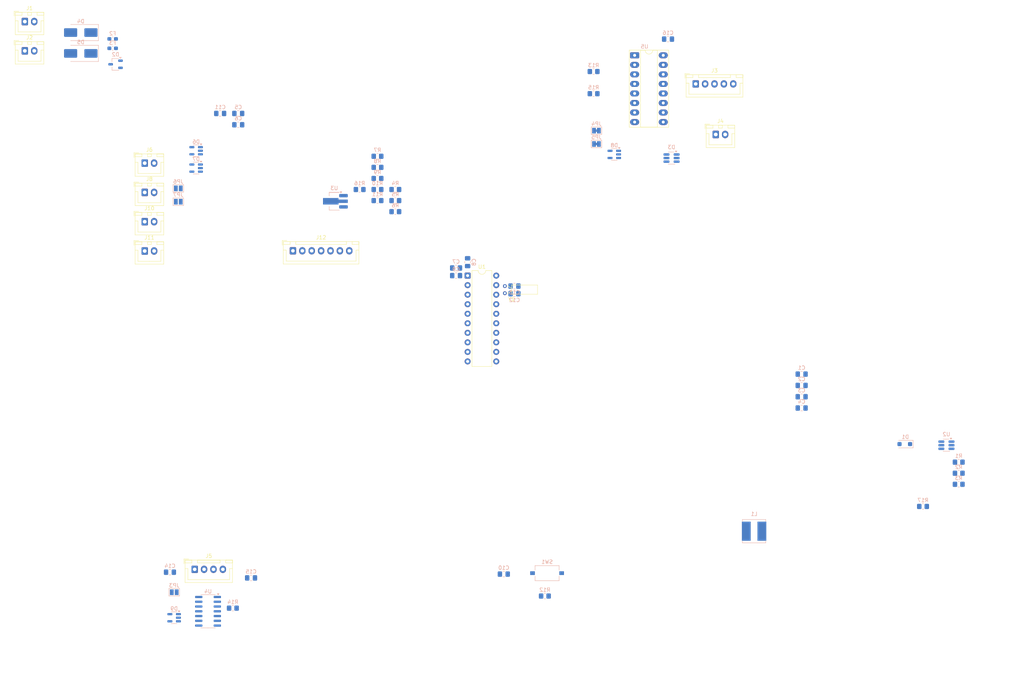
<source format=kicad_pcb>
(kicad_pcb (version 20241229) (generator "pcbnew") (generator_version "9.0")
  (layers (0 "F.Cu" signal) (2 "B.Cu" signal) (13 "F.Paste" user) (15 "B.Paste" user) (5 "F.SilkS" user "F.Silkscreen") (7 "B.SilkS" user "B.Silkscreen") (1 "F.Mask" user) (3 "B.Mask" user) (25 "Edge.Cuts" user))
  (property "Designer" "H.Buter")
  (property "ProjectName" "Flipklok")
  (net 0 "")
  (net 1 "GND")
  (net 2 "+12SW")
  (net 3 "+5V")
  (net 4 "Net-(D1-K)")
  (net 5 "Net-(U2-BST)")
  (net 6 "Net-(U2-FB)")
  (net 7 "+12V")
  (net 8 "+3.3V")
  (net 9 "RST{slash}SBWTDIO")
  (net 10 "XOUT")
  (net 11 "XIN")
  (net 12 "Net-(JP3-B)")
  (net 15 "LDR")
  (net 16 "RW-btn")
  (net 17 "Net-(J8-Pin_1)")
  (net 18 "FW-btn")
  (net 19 "Net-(J11-Pin_1)")
  (net 20 "TEST{slash}SBWTCK")
  (net 21 "Net-(J10-Pin_1)")
  (net 22 "STEP-1")
  (net 23 "STEP-4")
  (net 24 "STEP-3")
  (net 25 "STEP-2")
  (net 28 "Net-(R2-Pad2)")
  (net 29 "BatteryFB")
  (net 30 "IgnitionFB")
  (net 31 "EN-pullup")
  (net 32 "Indicator")
  (net 33 "Net-(U5-O5)")
  (net 34 "Net-(J4-Pin_2)")
  (net 35 "RXD")
  (net 36 "TXD")
  (net 37 "5V-EN")
  (net 38 "Net-(J2-Pin_1)")
  (net 39 "Net-(J1-Pin_2)")
  (net 40 "Net-(J3-Pin_3)")
  (net 41 "Net-(J3-Pin_2)")
  (net 42 "Net-(J3-Pin_4)")
  (net 43 "Net-(J3-Pin_5)")
  (net 45 "Net-(JP4-B)")
  (net 46 "Net-(JP5-B)")
  (net 47 "Net-(U4-Pad3)")
  (net 48 "DCF77")
  (net 50 "Backlight")
  (footprint "Connector_JST:JST_XH_B2B-XH-A_1x02_P2.50mm_Vertical" (layer "F.Cu") (at 50.71 71.24)
    (property "Reference" "J10" (at 1.25 -3.55 0) (layer "F.SilkS"))
    (property "Value" "FW-btn")
    (pad "1" thru_hole roundrect (at 0 0) (size 1.7 2) (drill 1) (layers "*.Cu" "*.Mask") (roundrect_rratio 0.147059) (net 21 "Net-(J10-Pin_1)"))
    (pad "2" thru_hole oval (at 2.5 0) (size 1.7 2) (drill 1) (layers "*.Cu" "*.Mask") (net 1 "GND"))
  )
  (footprint "Connector_JST:JST_XH_B2B-XH-A_1x02_P2.50mm_Vertical" (layer "F.Cu") (at 18.804 25.736)
    (property "Reference" "J2" (at 1.25 -3.55 0) (layer "F.SilkS"))
    (property "Value" "SW")
    (pad "1" thru_hole roundrect (at 0 0) (size 1.7 2) (drill 1) (layers "*.Cu" "*.Mask") (roundrect_rratio 0.147059) (net 38 "Net-(J2-Pin_1)"))
    (pad "2" thru_hole oval (at 2.5 0) (size 1.7 2) (drill 1) (layers "*.Cu" "*.Mask") (net 38 "Net-(J2-Pin_1)"))
  )
  (footprint "Package_DIP:DIP-20_W7.62mm" (layer "F.Cu") (at 136.652 85.598)
    (property "Reference" "U1" (at 3.81 -2.33 0) (layer "F.SilkS"))
    (property "Value" "MSP430G2553IN20")
    (pad "1" thru_hole roundrect (at 0 0) (size 1.6 1.6) (drill 0.8) (layers "*.Cu" "*.Mask") (roundrect_rratio 0.15625) (net 8 "+3.3V"))
    (pad "2" thru_hole circle (at 0 2.54) (size 1.6 1.6) (drill 0.8) (layers "*.Cu" "*.Mask") (net 31 "EN-pullup"))
    (pad "3" thru_hole circle (at 0 5.08) (size 1.6 1.6) (drill 0.8) (layers "*.Cu" "*.Mask") (net 29 "BatteryFB"))
    (pad "4" thru_hole circle (at 0 7.62) (size 1.6 1.6) (drill 0.8) (layers "*.Cu" "*.Mask") (net 30 "IgnitionFB"))
    (pad "5" thru_hole circle (at 0 10.16) (size 1.6 1.6) (drill 0.8) (layers "*.Cu" "*.Mask") (net 16 "RW-btn"))
    (pad "6" thru_hole circle (at 0 12.7) (size 1.6 1.6) (drill 0.8) (layers "*.Cu" "*.Mask") (net 18 "FW-btn"))
    (pad "7" thru_hole circle (at 0 15.24) (size 1.6 1.6) (drill 0.8) (layers "*.Cu" "*.Mask") (net 15 "LDR"))
    (pad "8" thru_hole circle (at 0 17.78) (size 1.6 1.6) (drill 0.8) (layers "*.Cu" "*.Mask") (net 22 "STEP-1"))
    (pad "9" thru_hole circle (at 0 20.32) (size 1.6 1.6) (drill 0.8) (layers "*.Cu" "*.Mask") (net 25 "STEP-2"))
    (pad "10" thru_hole circle (at 0 22.86) (size 1.6 1.6) (drill 0.8) (layers "*.Cu" "*.Mask") (net 24 "STEP-3"))
    (pad "11" thru_hole circle (at 7.62 22.86) (size 1.6 1.6) (drill 0.8) (layers "*.Cu" "*.Mask") (net 23 "STEP-4"))
    (pad "12" thru_hole circle (at 7.62 20.32) (size 1.6 1.6) (drill 0.8) (layers "*.Cu" "*.Mask") (net 32 "Indicator"))
    (pad "13" thru_hole circle (at 7.62 17.78) (size 1.6 1.6) (drill 0.8) (layers "*.Cu" "*.Mask") (net 37 "5V-EN"))
    (pad "14" thru_hole circle (at 7.62 15.24) (size 1.6 1.6) (drill 0.8) (layers "*.Cu" "*.Mask") (net 50 "Backlight"))
    (pad "15" thru_hole circle (at 7.62 12.7) (size 1.6 1.6) (drill 0.8) (layers "*.Cu" "*.Mask") (net 48 "DCF77"))
    (pad "16" thru_hole circle (at 7.62 10.16) (size 1.6 1.6) (drill 0.8) (layers "*.Cu" "*.Mask") (net 9 "RST{slash}SBWTDIO"))
    (pad "17" thru_hole circle (at 7.62 7.62) (size 1.6 1.6) (drill 0.8) (layers "*.Cu" "*.Mask") (net 20 "TEST{slash}SBWTCK"))
    (pad "18" thru_hole circle (at 7.62 5.08) (size 1.6 1.6) (drill 0.8) (layers "*.Cu" "*.Mask") (net 10 "XOUT"))
    (pad "19" thru_hole circle (at 7.62 2.54) (size 1.6 1.6) (drill 0.8) (layers "*.Cu" "*.Mask") (net 11 "XIN"))
    (pad "20" thru_hole circle (at 7.62 0) (size 1.6 1.6) (drill 0.8) (layers "*.Cu" "*.Mask") (net 1 "GND"))
  )
  (footprint "Connector_JST:JST_XH_B2B-XH-A_1x02_P2.50mm_Vertical" (layer "F.Cu") (at 18.804 17.936)
    (property "Reference" "J1" (at 1.25 -3.55 0) (layer "F.SilkS"))
    (property "Value" "Power")
    (pad "1" thru_hole roundrect (at 0 0) (size 1.7 2) (drill 1) (layers "*.Cu" "*.Mask") (roundrect_rratio 0.147059) (net 1 "GND"))
    (pad "2" thru_hole oval (at 2.5 0) (size 1.7 2) (drill 1) (layers "*.Cu" "*.Mask") (net 39 "Net-(J1-Pin_2)"))
  )
  (footprint "Connector_JST:JST_XH_B2B-XH-A_1x02_P2.50mm_Vertical" (layer "F.Cu") (at 202.692 48.006)
    (property "Reference" "J4" (at 1.25 -3.55 0) (layer "F.SilkS"))
    (property "Value" "Backlight")
    (pad "1" thru_hole roundrect (at 0 0) (size 1.7 2) (drill 1) (layers "*.Cu" "*.Mask") (roundrect_rratio 0.147059) (net 3 "+5V"))
    (pad "2" thru_hole oval (at 2.5 0) (size 1.7 2) (drill 1) (layers "*.Cu" "*.Mask") (net 34 "Net-(J4-Pin_2)"))
  )
  (footprint "Crystal:Crystal_C26-LF_D2.1mm_L6.5mm_Horizontal" (layer "F.Cu") (at 146.558 90.292 90)
    (property "Reference" "Y1" (at -1.6 1.75 0) (layer "F.SilkS"))
    (property "Value" "ECS-.327-6-13X")
    (pad "1" thru_hole circle (at 0 0 90) (size 1 1) (drill 0.5) (layers "*.Cu" "*.Mask") (net 10 "XOUT"))
    (pad "2" thru_hole circle (at 1.9 0 90) (size 1 1) (drill 0.5) (layers "*.Cu" "*.Mask") (net 11 "XIN"))
  )
  (footprint "Package_DIP:DIP-16_W7.62mm_Socket_LongPads" (layer "F.Cu") (at 181.102 26.924)
    (property "Reference" "U5" (at 2.643332 -2.33 -0) (layer "B.SilkS") (effects (justify mirror)))
    (property "Value" "ULQ2003A")
    (pad "1" thru_hole roundrect (at 0 0) (size 2.4 1.6) (drill 0.8) (layers "*.Cu" "*.Mask") (roundrect_rratio 0.15625) (net 22 "STEP-1"))
    (pad "2" thru_hole oval (at 0 2.54) (size 2.4 1.6) (drill 0.8) (layers "*.Cu" "*.Mask") (net 25 "STEP-2"))
    (pad "3" thru_hole oval (at 0 5.08) (size 2.4 1.6) (drill 0.8) (layers "*.Cu" "*.Mask") (net 24 "STEP-3"))
    (pad "4" thru_hole oval (at 0 7.62) (size 2.4 1.6) (drill 0.8) (layers "*.Cu" "*.Mask") (net 23 "STEP-4"))
    (pad "5" thru_hole oval (at 0 10.16) (size 2.4 1.6) (drill 0.8) (layers "*.Cu" "*.Mask") (net 50 "Backlight"))
    (pad "6" thru_hole oval (at 0 12.7) (size 2.4 1.6) (drill 0.8) (layers "*.Cu" "*.Mask") (net 45 "Net-(JP4-B)"))
    (pad "7" thru_hole oval (at 0 15.24) (size 2.4 1.6) (drill 0.8) (layers "*.Cu" "*.Mask") (net 46 "Net-(JP5-B)"))
    (pad "8" thru_hole oval (at 0 17.78) (size 2.4 1.6) (drill 0.8) (layers "*.Cu" "*.Mask") (net 1 "GND"))
    (pad "9" thru_hole oval (at 7.62 17.78) (size 2.4 1.6) (drill 0.8) (layers "*.Cu" "*.Mask") (net 3 "+5V"))
    (pad "10" thru_hole oval (at 7.62 15.24) (size 2.4 1.6) (drill 0.8) (layers "*.Cu" "*.Mask"))
    (pad "11" thru_hole oval (at 7.62 12.7) (size 2.4 1.6) (drill 0.8) (layers "*.Cu" "*.Mask"))
    (pad "12" thru_hole oval (at 7.62 10.16) (size 2.4 1.6) (drill 0.8) (layers "*.Cu" "*.Mask") (net 33 "Net-(U5-O5)"))
    (pad "13" thru_hole oval (at 7.62 7.62) (size 2.4 1.6) (drill 0.8) (layers "*.Cu" "*.Mask") (net 43 "Net-(J3-Pin_5)"))
    (pad "14" thru_hole oval (at 7.62 5.08) (size 2.4 1.6) (drill 0.8) (layers "*.Cu" "*.Mask") (net 42 "Net-(J3-Pin_4)"))
    (pad "15" thru_hole oval (at 7.62 2.54) (size 2.4 1.6) (drill 0.8) (layers "*.Cu" "*.Mask") (net 40 "Net-(J3-Pin_3)"))
    (pad "16" thru_hole oval (at 7.62 0) (size 2.4 1.6) (drill 0.8) (layers "*.Cu" "*.Mask") (net 41 "Net-(J3-Pin_2)"))
  )
  (footprint "Connector_JST:JST_XH_B5B-XH-A_1x05_P2.50mm_Vertical" (layer "F.Cu") (at 197.358 34.544)
    (property "Reference" "J3" (at 5 -3.55 0) (layer "F.SilkS"))
    (property "Value" "28BYJ-48")
    (pad "1" thru_hole roundrect (at 0 0) (size 1.7 1.95) (drill 0.95) (layers "*.Cu" "*.Mask") (roundrect_rratio 0.147059) (net 3 "+5V"))
    (pad "2" thru_hole oval (at 2.5 0) (size 1.7 1.95) (drill 0.95) (layers "*.Cu" "*.Mask") (net 41 "Net-(J3-Pin_2)"))
    (pad "3" thru_hole oval (at 5 0) (size 1.7 1.95) (drill 0.95) (layers "*.Cu" "*.Mask") (net 40 "Net-(J3-Pin_3)"))
    (pad "4" thru_hole oval (at 7.5 0) (size 1.7 1.95) (drill 0.95) (layers "*.Cu" "*.Mask") (net 42 "Net-(J3-Pin_4)"))
    (pad "5" thru_hole oval (at 10 0) (size 1.7 1.95) (drill 0.95) (layers "*.Cu" "*.Mask") (net 43 "Net-(J3-Pin_5)"))
  )
  (footprint "Connector_JST:JST_XH_B7B-XH-A_1x07_P2.50mm_Vertical" (layer "F.Cu") (at 90.156 78.994)
    (property "Reference" "J12" (at 7.5 -3.55 0) (layer "F.SilkS"))
    (property "Value" "Programheader")
    (pad "1" thru_hole roundrect (at 0 0) (size 1.7 1.95) (drill 0.95) (layers "*.Cu" "*.Mask") (roundrect_rratio 0.147059) (net 1 "GND"))
    (pad "2" thru_hole oval (at 2.5 0) (size 1.7 1.95) (drill 0.95) (layers "*.Cu" "*.Mask"))
    (pad "3" thru_hole oval (at 5 0) (size 1.7 1.95) (drill 0.95) (layers "*.Cu" "*.Mask") (net 8 "+3.3V"))
    (pad "4" thru_hole oval (at 7.5 0) (size 1.7 1.95) (drill 0.95) (layers "*.Cu" "*.Mask") (net 35 "RXD"))
    (pad "5" thru_hole oval (at 10 0) (size 1.7 1.95) (drill 0.95) (layers "*.Cu" "*.Mask") (net 36 "TXD"))
    (pad "6" thru_hole oval (at 12.5 0) (size 1.7 1.95) (drill 0.95) (layers "*.Cu" "*.Mask") (net 9 "RST{slash}SBWTDIO"))
    (pad "7" thru_hole oval (at 15 0) (size 1.7 1.95) (drill 0.95) (layers "*.Cu" "*.Mask") (net 20 "TEST{slash}SBWTCK"))
  )
  (footprint "Connector_JST:JST_XH_B4B-XH-A_1x04_P2.50mm_Vertical" (layer "F.Cu") (at 64.008 163.83)
    (property "Reference" "J5" (at 3.75 -3.55 0) (layer "F.SilkS"))
    (property "Value" "DCF77")
    (pad "1" thru_hole roundrect (at 0 0) (size 1.7 1.95) (drill 0.95) (layers "*.Cu" "*.Mask") (roundrect_rratio 0.147059) (net 8 "+3.3V"))
    (pad "2" thru_hole oval (at 2.5 0) (size 1.7 1.95) (drill 0.95) (layers "*.Cu" "*.Mask") (net 1 "GND"))
    (pad "3" thru_hole oval (at 5 0) (size 1.7 1.95) (drill 0.95) (layers "*.Cu" "*.Mask") (net 8 "+3.3V"))
    (pad "4" thru_hole oval (at 7.5 0) (size 1.7 1.95) (drill 0.95) (layers "*.Cu" "*.Mask") (net 1 "GND"))
  )
  (footprint "Connector_JST:JST_XH_B2B-XH-A_1x02_P2.50mm_Vertical" (layer "F.Cu") (at 50.71 63.44)
    (property "Reference" "J8" (at 1.25 -3.55 0) (layer "F.SilkS"))
    (property "Value" "Indicator")
    (pad "1" thru_hole roundrect (at 0 0) (size 1.7 2) (drill 1) (layers "*.Cu" "*.Mask") (roundrect_rratio 0.147059) (net 17 "Net-(J8-Pin_1)"))
    (pad "2" thru_hole oval (at 2.5 0) (size 1.7 2) (drill 1) (layers "*.Cu" "*.Mask") (net 1 "GND"))
  )
  (footprint "Connector_JST:JST_XH_B2B-XH-A_1x02_P2.50mm_Vertical" (layer "F.Cu") (at 50.71 79.04)
    (property "Reference" "J11" (at 1.25 -3.55 0) (layer "F.SilkS"))
    (property "Value" "RW-btn")
    (pad "1" thru_hole roundrect (at 0 0) (size 1.7 2) (drill 1) (layers "*.Cu" "*.Mask") (roundrect_rratio 0.147059) (net 19 "Net-(J11-Pin_1)"))
    (pad "2" thru_hole oval (at 2.5 0) (size 1.7 2) (drill 1) (layers "*.Cu" "*.Mask") (net 1 "GND"))
  )
  (footprint "Connector_JST:JST_XH_B2B-XH-A_1x02_P2.50mm_Vertical" (layer "F.Cu") (at 50.71 55.64)
    (property "Reference" "J6" (at 1.25 -3.55 0) (layer "F.SilkS"))
    (property "Value" "LDR")
    (pad "1" thru_hole roundrect (at 0 0) (size 1.7 2) (drill 1) (layers "*.Cu" "*.Mask") (roundrect_rratio 0.147059) (net 15 "LDR"))
    (pad "2" thru_hole oval (at 2.5 0) (size 1.7 2) (drill 1) (layers "*.Cu" "*.Mask") (net 1 "GND"))
  )
  (footprint "Diode_SMD:D_SMB_Handsoldering" (layer "B.Cu") (at 33.688 20.866 180)
    (property "Reference" "D4" (at 0 3 0) (layer "B.SilkS") (effects (justify mirror)))
    (property "Value" "S2A 50V 1.5A")
    (pad "1" smd roundrect (at -2.7 0 180) (size 3.5 2.3) (layers "B.Cu" "B.Mask" "B.Paste") (roundrect_rratio 0.1086956522) (net 7 "+12V"))
    (pad "2" smd roundrect (at 2.7 0 180) (size 3.5 2.3) (layers "B.Cu" "B.Mask" "B.Paste") (roundrect_rratio 0.1086956522) (net 1 "GND"))
  )
  (footprint "Resistor_SMD:R_0805_2012Metric_Pad1.20x1.40mm_HandSolder" (layer "B.Cu") (at 112.660238 62.664 180)
    (property "Reference" "R10" (at 0 1.65 0) (layer "B.SilkS") (effects (justify mirror)))
    (property "Value" "10k")
    (pad "1" smd roundrect (at -1 0 180) (size 1.2 1.4) (layers "B.Cu" "B.Mask" "B.Paste") (roundrect_rratio 0.208333) (net 31 "EN-pullup"))
    (pad "2" smd roundrect (at 1 0 180) (size 1.2 1.4) (layers "B.Cu" "B.Mask" "B.Paste") (roundrect_rratio 0.208333) (net 15 "LDR"))
  )
  (footprint "Resistor_SMD:R_0805_2012Metric_Pad1.20x1.40mm_HandSolder" (layer "B.Cu") (at 107.910238 62.664 180)
    (property "Reference" "R16" (at 0 1.65 0) (layer "B.SilkS") (effects (justify mirror)))
    (property "Value" "10k")
    (pad "1" smd roundrect (at -1 0 180) (size 1.2 1.4) (layers "B.Cu" "B.Mask" "B.Paste") (roundrect_rratio 0.208333) (net 37 "5V-EN"))
    (pad "2" smd roundrect (at 1 0 180) (size 1.2 1.4) (layers "B.Cu" "B.Mask" "B.Paste") (roundrect_rratio 0.208333) (net 1 "GND"))
  )
  (footprint "Resistor_SMD:R_0805_2012Metric_Pad1.20x1.40mm_HandSolder" (layer "B.Cu") (at 170.18 37.142 180)
    (property "Reference" "R15" (at 0 1.65 0) (layer "B.SilkS") (effects (justify mirror)))
    (property "Value" "R")
    (pad "1" smd roundrect (at -1 0 180) (size 1.2 1.4) (layers "B.Cu" "B.Mask" "B.Paste") (roundrect_rratio 0.208333) (net 33 "Net-(U5-O5)"))
    (pad "2" smd roundrect (at 1 0 180) (size 1.2 1.4) (layers "B.Cu" "B.Mask" "B.Paste") (roundrect_rratio 0.208333) (net 34 "Net-(J4-Pin_2)"))
  )
  (footprint "Capacitor_SMD:C_0805_2012Metric_Pad1.18x1.45mm_HandSolder" (layer "B.Cu") (at 149.1195 88.392)
    (property "Reference" "C13" (at 0 1.68 0) (layer "B.SilkS") (effects (justify mirror)))
    (property "Value" "C_x")
    (pad "1" smd roundrect (at -1.0375 0) (size 1.175 1.45) (layers "B.Cu" "B.Mask" "B.Paste") (roundrect_rratio 0.212766) (net 11 "XIN"))
    (pad "2" smd roundrect (at 1.0375 0) (size 1.175 1.45) (layers "B.Cu" "B.Mask" "B.Paste") (roundrect_rratio 0.212766) (net 1 "GND"))
  )
  (footprint "Diode_SMD:D_SMB_Handsoldering" (layer "B.Cu") (at 33.688 26.416 180)
    (property "Reference" "D5" (at 0 3 0) (layer "B.SilkS") (effects (justify mirror)))
    (property "Value" "S2A 50V 1.5A")
    (pad "1" smd roundrect (at -2.7 0 180) (size 3.5 2.3) (layers "B.Cu" "B.Mask" "B.Paste") (roundrect_rratio 0.1086956522) (net 2 "+12SW"))
    (pad "2" smd roundrect (at 2.7 0 180) (size 3.5 2.3) (layers "B.Cu" "B.Mask" "B.Paste") (roundrect_rratio 0.1086956522) (net 1 "GND"))
  )
  (footprint "Capacitor_SMD:C_0805_2012Metric_Pad1.18x1.45mm_HandSolder" (layer "B.Cu") (at 57.4255 164.592 180)
    (property "Reference" "C14" (at 0 1.68 0) (layer "B.SilkS") (effects (justify mirror)))
    (property "Value" "C")
    (pad "1" smd roundrect (at -1.0375 0 180) (size 1.175 1.45) (layers "B.Cu" "B.Mask" "B.Paste") (roundrect_rratio 0.212766) (net 12 "Net-(JP3-B)"))
    (pad "2" smd roundrect (at 1.0375 0 180) (size 1.175 1.45) (layers "B.Cu" "B.Mask" "B.Paste") (roundrect_rratio 0.212766) (net 1 "GND"))
  )
  (footprint "Capacitor_SMD:C_0805_2012Metric_Pad1.18x1.45mm_HandSolder" (layer "B.Cu") (at 133.5825 85.598 180)
    (property "Reference" "C9" (at 0 1.68 0) (layer "B.SilkS") (effects (justify mirror)))
    (property "Value" "0.1uF")
    (pad "1" smd roundrect (at -1.0375 0 180) (size 1.175 1.45) (layers "B.Cu" "B.Mask" "B.Paste") (roundrect_rratio 0.212766) (net 8 "+3.3V"))
    (pad "2" smd roundrect (at 1.0375 0 180) (size 1.175 1.45) (layers "B.Cu" "B.Mask" "B.Paste") (roundrect_rratio 0.212766) (net 1 "GND"))
  )
  (footprint "Capacitor_SMD:C_0805_2012Metric_Pad1.18x1.45mm_HandSolder" (layer "B.Cu") (at 225.552 114.846 180)
    (property "Reference" "C2" (at 0 1.68 0) (layer "B.SilkS") (effects (justify mirror)))
    (property "Value" "10uF 16V X5R")
    (pad "1" smd roundrect (at -1.0375 0 180) (size 1.175 1.45) (layers "B.Cu" "B.Mask" "B.Paste") (roundrect_rratio 0.212766) (net 3 "+5V"))
    (pad "2" smd roundrect (at 1.0375 0 180) (size 1.175 1.45) (layers "B.Cu" "B.Mask" "B.Paste") (roundrect_rratio 0.212766) (net 1 "GND"))
  )
  (footprint "Capacitor_SMD:C_0805_2012Metric_Pad1.18x1.45mm_HandSolder" (layer "B.Cu") (at 79.0155 166.116 180)
    (property "Reference" "C15" (at 0 1.68 0) (layer "B.SilkS") (effects (justify mirror)))
    (property "Value" "0.1uF")
    (pad "1" smd roundrect (at -1.0375 0 180) (size 1.175 1.45) (layers "B.Cu" "B.Mask" "B.Paste") (roundrect_rratio 0.212766) (net 8 "+3.3V"))
    (pad "2" smd roundrect (at 1.0375 0 180) (size 1.175 1.45) (layers "B.Cu" "B.Mask" "B.Paste") (roundrect_rratio 0.212766) (net 1 "GND"))
  )
  (footprint "Capacitor_SMD:C_0805_2012Metric_Pad1.18x1.45mm_HandSolder" (layer "B.Cu") (at 75.603332 42.41 180)
    (property "Reference" "C5" (at 0 1.68 0) (layer "B.SilkS") (effects (justify mirror)))
    (property "Value" "1uF 25V X7R")
    (pad "1" smd roundrect (at -1.0375 0 180) (size 1.175 1.45) (layers "B.Cu" "B.Mask" "B.Paste") (roundrect_rratio 0.212766) (net 7 "+12V"))
    (pad "2" smd roundrect (at 1.0375 0 180) (size 1.175 1.45) (layers "B.Cu" "B.Mask" "B.Paste") (roundrect_rratio 0.212766) (net 1 "GND"))
  )
  (footprint "Capacitor_SMD:C_0805_2012Metric_Pad1.18x1.45mm_HandSolder" (layer "B.Cu") (at 189.992 22.606 180)
    (property "Reference" "C16" (at 0 1.68 0) (layer "B.SilkS") (effects (justify mirror)))
    (property "Value" "0.1uF")
    (pad "1" smd roundrect (at -1.0375 0 180) (size 1.175 1.45) (layers "B.Cu" "B.Mask" "B.Paste") (roundrect_rratio 0.212766) (net 3 "+5V"))
    (pad "2" smd roundrect (at 1.0375 0 180) (size 1.175 1.45) (layers "B.Cu" "B.Mask" "B.Paste") (roundrect_rratio 0.212766) (net 1 "GND"))
  )
  (footprint "Capacitor_SMD:C_0805_2012Metric_Pad1.18x1.45mm_HandSolder" (layer "B.Cu") (at 225.552 120.866 180)
    (property "Reference" "C4" (at 0 1.68 0) (layer "B.SilkS") (effects (justify mirror)))
    (property "Value" "100pF")
    (pad "1" smd roundrect (at -1.0375 0 180) (size 1.175 1.45) (layers "B.Cu" "B.Mask" "B.Paste") (roundrect_rratio 0.212766) (net 3 "+5V"))
    (pad "2" smd roundrect (at 1.0375 0 180) (size 1.175 1.45) (layers "B.Cu" "B.Mask" "B.Paste") (roundrect_rratio 0.212766) (net 6 "Net-(U2-FB)"))
  )
  (footprint "Resistor_SMD:R_0805_2012Metric_Pad1.20x1.40mm_HandSolder" (layer "B.Cu") (at 112.660238 59.714 180)
    (property "Reference" "R9" (at 0 1.65 0) (layer "B.SilkS") (effects (justify mirror)))
    (property "Value" "10k")
    (pad "1" smd roundrect (at -1 0 180) (size 1.2 1.4) (layers "B.Cu" "B.Mask" "B.Paste") (roundrect_rratio 0.208333) (net 31 "EN-pullup"))
    (pad "2" smd roundrect (at 1 0 180) (size 1.2 1.4) (layers "B.Cu" "B.Mask" "B.Paste") (roundrect_rratio 0.208333) (net 21 "Net-(J10-Pin_1)"))
  )
  (footprint "Jumper:SolderJumper-2_P1.3mm_Bridged_Pad1.0x1.5mm" (layer "B.Cu") (at 170.942 46.99 180)
    (property "Reference" "JP4" (at 0 1.8 0) (layer "B.SilkS") (effects (justify mirror)))
    (property "Value" "Bridged")
    (fp_poly (pts (xy -0.25 0.3) (xy 0.25 0.3) (xy 0.25 -0.3) (xy -0.25 -0.3)) (fill yes) (layer "B.Cu"))
    (pad "1" smd rect (at -0.65 0 180) (size 1 1.5) (layers "B.Cu" "B.Mask") (net 1 "GND"))
    (pad "2" smd rect (at 0.65 0 180) (size 1 1.5) (layers "B.Cu" "B.Mask") (net 45 "Net-(JP4-B)"))
  )
  (footprint "Jumper:SolderJumper-2_P1.3mm_Open_Pad1.0x1.5mm" (layer "B.Cu") (at 59.6445 62.362 180)
    (property "Reference" "JP6" (at 0 1.8 0) (layer "B.SilkS") (effects (justify mirror)))
    (property "Value" "EN-RXD")
    (pad "1" smd rect (at -0.65 0 180) (size 1 1.5) (layers "B.Cu" "B.Mask") (net 35 "RXD"))
    (pad "2" smd rect (at 0.65 0 180) (size 1 1.5) (layers "B.Cu" "B.Mask") (net 29 "BatteryFB"))
  )
  (footprint "Resistor_SMD:R_0805_2012Metric_Pad1.20x1.40mm_HandSolder" (layer "B.Cu") (at 257.858906 147.08 180)
    (property "Reference" "R17" (at 0 1.65 0) (layer "B.SilkS") (effects (justify mirror)))
    (property "Value" "100k")
    (pad "1" smd roundrect (at -1 0 180) (size 1.2 1.4) (layers "B.Cu" "B.Mask" "B.Paste") (roundrect_rratio 0.208333) (net 2 "+12SW"))
    (pad "2" smd roundrect (at 1 0 180) (size 1.2 1.4) (layers "B.Cu" "B.Mask" "B.Paste") (roundrect_rratio 0.208333) (net 37 "5V-EN"))
  )
  (footprint "Jumper:SolderJumper-2_P1.3mm_Open_Pad1.0x1.5mm" (layer "B.Cu") (at 58.562 169.926 180)
    (property "Reference" "JP3" (at 0 1.8 0) (layer "B.SilkS") (effects (justify mirror)))
    (property "Value" "Bypass-LDF")
    (pad "1" smd rect (at -0.65 0 180) (size 1 1.5) (layers "B.Cu" "B.Mask") (net 8 "+3.3V"))
    (pad "2" smd rect (at 0.65 0 180) (size 1 1.5) (layers "B.Cu" "B.Mask") (net 12 "Net-(JP3-B)"))
  )
  (footprint "Resistor_SMD:R_0805_2012Metric_Pad1.20x1.40mm_HandSolder" (layer "B.Cu") (at 267.358906 141.18 180)
    (property "Reference" "R3" (at 0 1.65 0) (layer "B.SilkS") (effects (justify mirror)))
    (property "Value" "500")
    (pad "1" smd roundrect (at -1 0 180) (size 1.2 1.4) (layers "B.Cu" "B.Mask" "B.Paste") (roundrect_rratio 0.208333) (net 28 "Net-(R2-Pad2)"))
    (pad "2" smd roundrect (at 1 0 180) (size 1.2 1.4) (layers "B.Cu" "B.Mask" "B.Paste") (roundrect_rratio 0.208333) (net 1 "GND"))
  )
  (footprint "Fuse:Fuse_0603_1608Metric_Pad1.05x0.95mm_HandSolder" (layer "B.Cu") (at 42.175762 25.063 180)
    (property "Reference" "F3" (at 0 1.43 0) (layer "B.SilkS") (effects (justify mirror)))
    (property "Value" "Fuse")
    (pad "1" smd roundrect (at -0.875 0 180) (size 1.05 0.95) (layers "B.Cu" "B.Mask" "B.Paste") (net 39 "Net-(J1-Pin_2)"))
    (pad "2" smd roundrect (at 0.875 0 180) (size 1.05 0.95) (layers "B.Cu" "B.Mask" "B.Paste") (net 7 "+12V"))
  )
  (footprint "Resistor_SMD:R_0805_2012Metric_Pad1.20x1.40mm_HandSolder" (layer "B.Cu") (at 117.410238 62.664 180)
    (property "Reference" "R4" (at 0 1.65 0) (layer "B.SilkS") (effects (justify mirror)))
    (property "Value" "R")
    (pad "1" smd roundrect (at -1 0 180) (size 1.2 1.4) (layers "B.Cu" "B.Mask" "B.Paste") (roundrect_rratio 0.208333) (net 7 "+12V"))
    (pad "2" smd roundrect (at 1 0 180) (size 1.2 1.4) (layers "B.Cu" "B.Mask" "B.Paste") (roundrect_rratio 0.208333) (net 29 "BatteryFB"))
  )
  (footprint "Capacitor_SMD:C_0805_2012Metric_Pad1.18x1.45mm_HandSolder" (layer "B.Cu") (at 136.652 82.0205 90)
    (property "Reference" "C8" (at 0 1.68 90) (layer "B.SilkS") (effects (justify mirror)))
    (property "Value" "1uF")
    (pad "1" smd roundrect (at -1.0375 0 90) (size 1.175 1.45) (layers "B.Cu" "B.Mask" "B.Paste") (roundrect_rratio 0.212766) (net 8 "+3.3V"))
    (pad "2" smd roundrect (at 1.0375 0 90) (size 1.175 1.45) (layers "B.Cu" "B.Mask" "B.Paste") (roundrect_rratio 0.212766) (net 1 "GND"))
  )
  (footprint "Inductor_SMD:L_Bourns_SRN6045TA" (layer "B.Cu") (at 212.893168 153.678 180)
    (property "Reference" "L1" (at 0 4.6 0) (layer "B.SilkS") (effects (justify mirror)))
    (property "Value" "SRN6045HA")
    (pad "1" smd rect (at -2.075 0 180) (size 2.35 5.1) (layers "B.Cu" "B.Mask" "B.Paste") (net 4 "Net-(D1-K)"))
    (pad "2" smd rect (at 2.075 0 180) (size 2.35 5.1) (layers "B.Cu" "B.Mask" "B.Paste") (net 3 "+5V"))
  )
  (footprint "Diode_SMD:D_SOD-123F" (layer "B.Cu") (at 253.003906 130.47 180)
    (property "Reference" "D1" (at -0.127 1.905 0) (layer "B.SilkS") (effects (justify mirror)))
    (property "Value" "PMEG3010ER 30V, 1A")
    (pad "1" smd roundrect (at -1.4 0 180) (size 1.1 1.1) (layers "B.Cu" "B.Mask" "B.Paste") (roundrect_rratio 0.2272727273) (net 4 "Net-(D1-K)"))
    (pad "2" smd roundrect (at 1.4 0 180) (size 1.1 1.1) (layers "B.Cu" "B.Mask" "B.Paste") (roundrect_rratio 0.2272727273) (net 1 "GND"))
  )
  (footprint "Resistor_SMD:R_0805_2012Metric_Pad1.20x1.40mm_HandSolder" (layer "B.Cu") (at 117.410238 65.614 180)
    (property "Reference" "R5" (at 0 1.65 0) (layer "B.SilkS") (effects (justify mirror)))
    (property "Value" "R")
    (pad "1" smd roundrect (at -1 0 180) (size 1.2 1.4) (layers "B.Cu" "B.Mask" "B.Paste") (roundrect_rratio 0.208333) (net 29 "BatteryFB"))
    (pad "2" smd roundrect (at 1 0 180) (size 1.2 1.4) (layers "B.Cu" "B.Mask" "B.Paste") (roundrect_rratio 0.208333) (net 1 "GND"))
  )
  (footprint "Package_SO:SOIC-14_3.9x8.7mm_P1.27mm" (layer "B.Cu") (at 67.564 175.006 180)
    (property "Reference" "U4" (at 0 5.28 0) (layer "B.SilkS") (effects (justify mirror)))
    (property "Value" "74HC00")
    (pad "1" smd roundrect (at -2.475 3.81 180) (size 1.95 0.6) (layers "B.Cu" "B.Mask" "B.Paste") (net 8 "+3.3V"))
    (pad "2" smd roundrect (at -2.475 2.54 180) (size 1.95 0.6) (layers "B.Cu" "B.Mask" "B.Paste") (net 12 "Net-(JP3-B)"))
    (pad "3" smd roundrect (at -2.475 1.27 180) (size 1.95 0.6) (layers "B.Cu" "B.Mask" "B.Paste") (net 47 "Net-(U4-Pad3)"))
    (pad "4" smd roundrect (at -2.475 0 180) (size 1.95 0.6) (layers "B.Cu" "B.Mask" "B.Paste") (net 8 "+3.3V"))
    (pad "5" smd roundrect (at -2.475 -1.27 180) (size 1.95 0.6) (layers "B.Cu" "B.Mask" "B.Paste") (net 47 "Net-(U4-Pad3)"))
    (pad "6" smd roundrect (at -2.475 -2.54 180) (size 1.95 0.6) (layers "B.Cu" "B.Mask" "B.Paste") (net 48 "DCF77"))
    (pad "7" smd roundrect (at -2.475 -3.81 180) (size 1.95 0.6) (layers "B.Cu" "B.Mask" "B.Paste") (net 1 "GND"))
    (pad "8" smd roundrect (at 2.475 -3.81 180) (size 1.95 0.6) (layers "B.Cu" "B.Mask" "B.Paste") (net 16 "RW-btn"))
    (pad "9" smd roundrect (at 2.475 -2.54 180) (size 1.95 0.6) (layers "B.Cu" "B.Mask" "B.Paste") (net 19 "Net-(J11-Pin_1)"))
    (pad "10" smd roundrect (at 2.475 -1.27 180) (size 1.95 0.6) (layers "B.Cu" "B.Mask" "B.Paste") (net 8 "+3.3V"))
    (pad "11" smd roundrect (at 2.475 0 180) (size 1.95 0.6) (layers "B.Cu" "B.Mask" "B.Paste") (net 18 "FW-btn"))
    (pad "12" smd roundrect (at 2.475 1.27 180) (size 1.95 0.6) (layers "B.Cu" "B.Mask" "B.Paste") (net 21 "Net-(J10-Pin_1)"))
    (pad "13" smd roundrect (at 2.475 2.54 180) (size 1.95 0.6) (layers "B.Cu" "B.Mask" "B.Paste") (net 8 "+3.3V"))
    (pad "14" smd roundrect (at 2.475 3.81 180) (size 1.95 0.6) (layers "B.Cu" "B.Mask" "B.Paste") (net 8 "+3.3V"))
  )
  (footprint "Capacitor_SMD:C_0805_2012Metric_Pad1.18x1.45mm_HandSolder" (layer "B.Cu") (at 146.2825 165.1 180)
    (property "Reference" "C10" (at 0 1.68 0) (layer "B.SilkS") (effects (justify mirror)))
    (property "Value" "1nF")
    (pad "1" smd roundrect (at -1.0375 0 180) (size 1.175 1.45) (layers "B.Cu" "B.Mask" "B.Paste") (roundrect_rratio 0.212766) (net 9 "RST{slash}SBWTDIO"))
    (pad "2" smd roundrect (at 1.0375 0 180) (size 1.175 1.45) (layers "B.Cu" "B.Mask" "B.Paste") (roundrect_rratio 0.212766) (net 1 "GND"))
  )
  (footprint "Package_TO_SOT_SMD:SOT-23-5" (layer "B.Cu") (at 175.692 53.315 180)
    (property "Reference" "D8" (at 0 2.4 0) (layer "B.SilkS") (effects (justify mirror)))
    (property "Value" "ESDA5V3SC5")
    (pad "1" smd roundrect (at -1.1375 0.95 180) (size 1.325 0.6) (layers "B.Cu" "B.Mask" "B.Paste") (net 23 "STEP-4"))
    (pad "2" smd roundrect (at -1.1375 0 180) (size 1.325 0.6) (layers "B.Cu" "B.Mask" "B.Paste") (net 1 "GND"))
    (pad "3" smd roundrect (at -1.1375 -0.95 180) (size 1.325 0.6) (layers "B.Cu" "B.Mask" "B.Paste") (net 24 "STEP-3"))
    (pad "4" smd roundrect (at 1.1375 -0.95 180) (size 1.325 0.6) (layers "B.Cu" "B.Mask" "B.Paste") (net 25 "STEP-2"))
    (pad "5" smd roundrect (at 1.1375 0.95 180) (size 1.325 0.6) (layers "B.Cu" "B.Mask" "B.Paste") (net 22 "STEP-1"))
  )
  (footprint "Fuse:Fuse_0603_1608Metric_Pad1.05x0.95mm_HandSolder" (layer "B.Cu") (at 42.175762 22.553 180)
    (property "Reference" "F2" (at 0 1.43 0) (layer "B.SilkS") (effects (justify mirror)))
    (property "Value" "Fuse")
    (pad "1" smd roundrect (at -0.875 0 180) (size 1.05 0.95) (layers "B.Cu" "B.Mask" "B.Paste") (net 38 "Net-(J2-Pin_1)"))
    (pad "2" smd roundrect (at 0.875 0 180) (size 1.05 0.95) (layers "B.Cu" "B.Mask" "B.Paste") (net 2 "+12SW"))
  )
  (footprint "Button_Switch_SMD:SW_Tactile_SPST_NO_Straight_CK_PTS636Sx25SMTRLFS" (layer "B.Cu") (at 157.799 164.846 180)
    (property "Reference" "SW1" (at 0 3 0) (layer "B.SilkS") (effects (justify mirror)))
    (property "Value" "Reset")
    (pad "1" smd rect (at -3.875 0 180) (size 1.25 1) (layers "B.Cu" "B.Mask" "B.Paste") (net 1 "GND"))
    (pad "2" smd rect (at 3.875 0 180) (size 1.25 1) (layers "B.Cu" "B.Mask" "B.Paste") (net 9 "RST{slash}SBWTDIO"))
  )
  (footprint "Package_TO_SOT_SMD:TSOT-23" (layer "B.Cu") (at 42.952 29.314 180)
    (property "Reference" "D2" (at 0 2.6 0) (layer "B.SilkS") (effects (justify mirror)))
    (property "Value" "ESDCAN01-2BLY")
    (pad "1" smd roundrect (at -1.31 0.95 180) (size 1.22 0.65) (layers "B.Cu" "B.Mask" "B.Paste") (net 2 "+12SW"))
    (pad "2" smd roundrect (at -1.31 -0.95 180) (size 1.22 0.65) (layers "B.Cu" "B.Mask" "B.Paste") (net 7 "+12V"))
    (pad "3" smd roundrect (at 1.31 0 180) (size 1.22 0.65) (layers "B.Cu" "B.Mask" "B.Paste") (net 1 "GND"))
  )
  (footprint "Jumper:SolderJumper-2_P1.3mm_Open_Pad1.0x1.5mm" (layer "B.Cu") (at 59.6445 65.912 180)
    (property "Reference" "JP7" (at 0 1.8 0) (layer "B.SilkS") (effects (justify mirror)))
    (property "Value" "EN-TXD")
    (pad "1" smd rect (at -0.65 0 180) (size 1 1.5) (layers "B.Cu" "B.Mask") (net 36 "TXD"))
    (pad "2" smd rect (at 0.65 0 180) (size 1 1.5) (layers "B.Cu" "B.Mask") (net 30 "IgnitionFB"))
  )
  (footprint "Package_TO_SOT_SMD:SOT-23-5" (layer "B.Cu") (at 64.3945 56.962 180)
    (property "Reference" "D7" (at 0 2.4 0) (layer "B.SilkS") (effects (justify mirror)))
    (property "Value" "ESDA5V3SC5")
    (pad "1" smd roundrect (at -1.1375 0.95 180) (size 1.325 0.6) (layers "B.Cu" "B.Mask" "B.Paste") (net 35 "RXD"))
    (pad "2" smd roundrect (at -1.1375 0 180) (size 1.325 0.6) (layers "B.Cu" "B.Mask" "B.Paste") (net 1 "GND"))
    (pad "3" smd roundrect (at -1.1375 -0.95 180) (size 1.325 0.6) (layers "B.Cu" "B.Mask" "B.Paste") (net 36 "TXD"))
    (pad "4" smd roundrect (at 1.1375 -0.95 180) (size 1.325 0.6) (layers "B.Cu" "B.Mask" "B.Paste") (net 9 "RST{slash}SBWTDIO"))
    (pad "5" smd roundrect (at 1.1375 0.95 180) (size 1.325 0.6) (layers "B.Cu" "B.Mask" "B.Paste") (net 20 "TEST{slash}SBWTCK"))
  )
  (footprint "Jumper:SolderJumper-2_P1.3mm_Bridged_Pad1.0x1.5mm" (layer "B.Cu") (at 170.942 50.54 180)
    (property "Reference" "JP5" (at 0 1.8 0) (layer "B.SilkS") (effects (justify mirror)))
    (property "Value" "Bridged")
    (fp_poly (pts (xy -0.25 0.3) (xy 0.25 0.3) (xy 0.25 -0.3) (xy -0.25 -0.3)) (fill yes) (layer "B.Cu"))
    (pad "1" smd rect (at -0.65 0 180) (size 1 1.5) (layers "B.Cu" "B.Mask") (net 1 "GND"))
    (pad "2" smd rect (at 0.65 0 180) (size 1 1.5) (layers "B.Cu" "B.Mask") (net 46 "Net-(JP5-B)"))
  )
  (footprint "Resistor_SMD:R_0805_2012Metric_Pad1.20x1.40mm_HandSolder" (layer "B.Cu") (at 112.660238 53.814 180)
    (property "Reference" "R7" (at 0 1.65 0) (layer "B.SilkS") (effects (justify mirror)))
    (property "Value" "R")
    (pad "1" smd roundrect (at -1 0 180) (size 1.2 1.4) (layers "B.Cu" "B.Mask" "B.Paste") (roundrect_rratio 0.208333) (net 30 "IgnitionFB"))
    (pad "2" smd roundrect (at 1 0 180) (size 1.2 1.4) (layers "B.Cu" "B.Mask" "B.Paste") (roundrect_rratio 0.208333) (net 1 "GND"))
  )
  (footprint "Resistor_SMD:R_0805_2012Metric_Pad1.20x1.40mm_HandSolder" (layer "B.Cu") (at 74.164 174.171 180)
    (property "Reference" "R14" (at 0 1.65 0) (layer "B.SilkS") (effects (justify mirror)))
    (property "Value" "R")
    (pad "1" smd roundrect (at -1 0 180) (size 1.2 1.4) (layers "B.Cu" "B.Mask" "B.Paste") (roundrect_rratio 0.208333) (net 8 "+3.3V"))
    (pad "2" smd roundrect (at 1 0 180) (size 1.2 1.4) (layers "B.Cu" "B.Mask" "B.Paste") (roundrect_rratio 0.208333) (net 12 "Net-(JP3-B)"))
  )
  (footprint "Capacitor_SMD:C_0805_2012Metric_Pad1.18x1.45mm_HandSolder" (layer "B.Cu") (at 149.1195 90.424)
    (property "Reference" "C12" (at 0 1.68 0) (layer "B.SilkS") (effects (justify mirror)))
    (property "Value" "C_x")
    (pad "1" smd roundrect (at -1.0375 0) (size 1.175 1.45) (layers "B.Cu" "B.Mask" "B.Paste") (roundrect_rratio 0.212766) (net 10 "XOUT"))
    (pad "2" smd roundrect (at 1.0375 0) (size 1.175 1.45) (layers "B.Cu" "B.Mask" "B.Paste") (roundrect_rratio 0.212766) (net 1 "GND"))
  )
  (footprint "Capacitor_SMD:C_0805_2012Metric_Pad1.18x1.45mm_HandSolder" (layer "B.Cu") (at 225.552 111.836 180)
    (property "Reference" "C1" (at 0 1.68 0) (layer "B.SilkS") (effects (justify mirror)))
    (property "Value" "4.7uF 25V X5R")
    (pad "1" smd roundrect (at -1.0375 0 180) (size 1.175 1.45) (layers "B.Cu" "B.Mask" "B.Paste") (roundrect_rratio 0.212766) (net 2 "+12SW"))
    (pad "2" smd roundrect (at 1.0375 0 180) (size 1.175 1.45) (layers "B.Cu" "B.Mask" "B.Paste") (roundrect_rratio 0.212766) (net 1 "GND"))
  )
  (footprint "Resistor_SMD:R_0805_2012Metric_Pad1.20x1.40mm_HandSolder" (layer "B.Cu") (at 267.358906 138.23 180)
    (property "Reference" "R2" (at 0 1.65 0) (layer "B.SilkS") (effects (justify mirror)))
    (property "Value" "15k")
    (pad "1" smd roundrect (at -1 0 180) (size 1.2 1.4) (layers "B.Cu" "B.Mask" "B.Paste") (roundrect_rratio 0.208333) (net 6 "Net-(U2-FB)"))
    (pad "2" smd roundrect (at 1 0 180) (size 1.2 1.4) (layers "B.Cu" "B.Mask" "B.Paste") (roundrect_rratio 0.208333) (net 28 "Net-(R2-Pad2)"))
  )
  (footprint "Resistor_SMD:R_0805_2012Metric_Pad1.20x1.40mm_HandSolder" (layer "B.Cu") (at 117.410238 68.564 180)
    (property "Reference" "R6" (at 0 1.65 0) (layer "B.SilkS") (effects (justify mirror)))
    (property "Value" "R")
    (pad "1" smd roundrect (at -1 0 180) (size 1.2 1.4) (layers "B.Cu" "B.Mask" "B.Paste") (roundrect_rratio 0.208333) (net 2 "+12SW"))
    (pad "2" smd roundrect (at 1 0 180) (size 1.2 1.4) (layers "B.Cu" "B.Mask" "B.Paste") (roundrect_rratio 0.208333) (net 30 "IgnitionFB"))
  )
  (footprint "Resistor_SMD:R_0805_2012Metric_Pad1.20x1.40mm_HandSolder" (layer "B.Cu") (at 170.18 31.242 180)
    (property "Reference" "R13" (at 0 1.65 0) (layer "B.SilkS") (effects (justify mirror)))
    (property "Value" "R")
    (pad "1" smd roundrect (at -1 0 180) (size 1.2 1.4) (layers "B.Cu" "B.Mask" "B.Paste") (roundrect_rratio 0.208333) (net 33 "Net-(U5-O5)"))
    (pad "2" smd roundrect (at 1 0 180) (size 1.2 1.4) (layers "B.Cu" "B.Mask" "B.Paste") (roundrect_rratio 0.208333) (net 34 "Net-(J4-Pin_2)"))
  )
  (footprint "Resistor_SMD:R_0805_2012Metric_Pad1.20x1.40mm_HandSolder" (layer "B.Cu") (at 112.660238 56.764 180)
    (property "Reference" "R8" (at 0 1.65 0) (layer "B.SilkS") (effects (justify mirror)))
    (property "Value" "10k")
    (pad "1" smd roundrect (at -1 0 180) (size 1.2 1.4) (layers "B.Cu" "B.Mask" "B.Paste") (roundrect_rratio 0.208333) (net 31 "EN-pullup"))
    (pad "2" smd roundrect (at 1 0 180) (size 1.2 1.4) (layers "B.Cu" "B.Mask" "B.Paste") (roundrect_rratio 0.208333) (net 19 "Net-(J11-Pin_1)"))
  )
  (footprint "Capacitor_SMD:C_0805_2012Metric_Pad1.18x1.45mm_HandSolder" (layer "B.Cu") (at 75.603332 45.42 180)
    (property "Reference" "C6" (at 0 1.68 0) (layer "B.SilkS") (effects (justify mirror)))
    (property "Value" "2.2uF 10V X7R")
    (pad "1" smd roundrect (at -1.0375 0 180) (size 1.175 1.45) (layers "B.Cu" "B.Mask" "B.Paste") (roundrect_rratio 0.212766) (net 8 "+3.3V"))
    (pad "2" smd roundrect (at 1.0375 0 180) (size 1.175 1.45) (layers "B.Cu" "B.Mask" "B.Paste") (roundrect_rratio 0.212766) (net 1 "GND"))
  )
  (footprint "Package_TO_SOT_SMD:SOT-23-5" (layer "B.Cu") (at 64.3945 52.337 180)
    (property "Reference" "D6" (at 0 2.4 0) (layer "B.SilkS") (effects (justify mirror)))
    (property "Value" "ESDA5V3SC5")
    (pad "1" smd roundrect (at -1.1375 0.95 180) (size 1.325 0.6) (layers "B.Cu" "B.Mask" "B.Paste") (net 19 "Net-(J11-Pin_1)"))
    (pad "2" smd roundrect (at -1.1375 0 180) (size 1.325 0.6) (layers "B.Cu" "B.Mask" "B.Paste") (net 1 "GND"))
    (pad "3" smd roundrect (at -1.1375 -0.95 180) (size 1.325 0.6) (layers "B.Cu" "B.Mask" "B.Paste") (net 21 "Net-(J10-Pin_1)"))
    (pad "4" smd roundrect (at 1.1375 -0.95 180) (size 1.325 0.6) (layers "B.Cu" "B.Mask" "B.Paste") (net 15 "LDR"))
    (pad "5" smd roundrect (at 1.1375 0.95 180) (size 1.325 0.6) (layers "B.Cu" "B.Mask" "B.Paste") (net 17 "Net-(J8-Pin_1)"))
  )
  (footprint "Package_TO_SOT_SMD:SOT-23-6_Handsoldering" (layer "B.Cu") (at 190.928 54.29 180)
    (property "Reference" "D3" (at 0 2.9 0) (layer "B.SilkS") (effects (justify mirror)))
    (property "Value" "ESDA19SC6")
    (pad "1" smd roundrect (at -1.35 0.95 180) (size 1.56 0.65) (layers "B.Cu" "B.Mask" "B.Paste"))
    (pad "2" smd roundrect (at -1.35 0 180) (size 1.56 0.65) (layers "B.Cu" "B.Mask" "B.Paste") (net 1 "GND"))
    (pad "3" smd roundrect (at -1.35 -0.95 180) (size 1.56 0.65) (layers "B.Cu" "B.Mask" "B.Paste"))
    (pad "4" smd roundrect (at 1.35 -0.95 180) (size 1.56 0.65) (layers "B.Cu" "B.Mask" "B.Paste") (net 3 "+5V"))
    (pad "5" smd roundrect (at 1.35 0 180) (size 1.56 0.65) (layers "B.Cu" "B.Mask" "B.Paste") (net 1 "GND"))
    (pad "6" smd roundrect (at 1.35 0.95 180) (size 1.56 0.65) (layers "B.Cu" "B.Mask" "B.Paste") (net 3 "+5V"))
  )
  (footprint "Package_TO_SOT_SMD:SOT-23-6_Handsoldering" (layer "B.Cu") (at 264.088906 130.77 180)
    (property "Reference" "U2" (at 0 2.9 0) (layer "B.SilkS") (effects (justify mirror)))
    (property "Value" "~")
    (pad "1" smd roundrect (at -1.35 0.95 180) (size 1.56 0.65) (layers "B.Cu" "B.Mask" "B.Paste") (net 5 "Net-(U2-BST)"))
    (pad "2" smd roundrect (at -1.35 0 180) (size 1.56 0.65) (layers "B.Cu" "B.Mask" "B.Paste") (net 1 "GND"))
    (pad "3" smd roundrect (at -1.35 -0.95 180) (size 1.56 0.65) (layers "B.Cu" "B.Mask" "B.Paste") (net 6 "Net-(U2-FB)"))
    (pad "4" smd roundrect (at 1.35 -0.95 180) (size 1.56 0.65) (layers "B.Cu" "B.Mask" "B.Paste") (net 37 "5V-EN"))
    (pad "5" smd roundrect (at 1.35 0 180) (size 1.56 0.65) (layers "B.Cu" "B.Mask" "B.Paste") (net 2 "+12SW"))
    (pad "6" smd roundrect (at 1.35 0.95 180) (size 1.56 0.65) (layers "B.Cu" "B.Mask" "B.Paste") (net 4 "Net-(D1-K)"))
  )
  (footprint "Capacitor_SMD:C_0805_2012Metric_Pad1.18x1.45mm_HandSolder" (layer "B.Cu") (at 133.5825 83.566 180)
    (property "Reference" "C7" (at 0 1.68 0) (layer "B.SilkS") (effects (justify mirror)))
    (property "Value" "10uF")
    (pad "1" smd roundrect (at -1.0375 0 180) (size 1.175 1.45) (layers "B.Cu" "B.Mask" "B.Paste") (roundrect_rratio 0.212766) (net 8 "+3.3V"))
    (pad "2" smd roundrect (at 1.0375 0 180) (size 1.175 1.45) (layers "B.Cu" "B.Mask" "B.Paste") (roundrect_rratio 0.212766) (net 1 "GND"))
  )
  (footprint "Resistor_SMD:R_0805_2012Metric_Pad1.20x1.40mm_HandSolder" (layer "B.Cu") (at 157.21 170.942 180)
    (property "Reference" "R12" (at 0 1.65 0) (layer "B.SilkS") (effects (justify mirror)))
    (property "Value" "47k")
    (pad "1" smd roundrect (at -1 0 180) (size 1.2 1.4) (layers "B.Cu" "B.Mask" "B.Paste") (roundrect_rratio 0.208333) (net 8 "+3.3V"))
    (pad "2" smd roundrect (at 1 0 180) (size 1.2 1.4) (layers "B.Cu" "B.Mask" "B.Paste") (roundrect_rratio 0.208333) (net 9 "RST{slash}SBWTDIO"))
  )
  (footprint "Capacitor_SMD:C_0805_2012Metric_Pad1.18x1.45mm_HandSolder" (layer "B.Cu") (at 70.793332 42.41 180)
    (property "Reference" "C11" (at 0 1.68 0) (layer "B.SilkS") (effects (justify mirror)))
    (property "Value" "0.1uF")
    (pad "1" smd roundrect (at -1.0375 0 180) (size 1.175 1.45) (layers "B.Cu" "B.Mask" "B.Paste") (roundrect_rratio 0.212766) (net 8 "+3.3V"))
    (pad "2" smd roundrect (at 1.0375 0 180) (size 1.175 1.45) (layers "B.Cu" "B.Mask" "B.Paste") (roundrect_rratio 0.212766) (net 1 "GND"))
  )
  (footprint "Package_TO_SOT_SMD:SOT-23-5" (layer "B.Cu") (at 58.5415 176.718 180)
    (property "Reference" "D9" (at 0 2.4 0) (layer "B.SilkS") (effects (justify mirror)))
    (property "Value" "ESDA5V3SC5")
    (pad "1" smd roundrect (at -1.1375 0.95 180) (size 1.325 0.6) (layers "B.Cu" "B.Mask" "B.Paste") (net 8 "+3.3V"))
    (pad "2" smd roundrect (at -1.1375 0 180) (size 1.325 0.6) (layers "B.Cu" "B.Mask" "B.Paste") (net 1 "GND"))
    (pad "3" smd roundrect (at -1.1375 -0.95 180) (size 1.325 0.6) (layers "B.Cu" "B.Mask" "B.Paste") (net 8 "+3.3V"))
    (pad "4" smd roundrect (at 1.1375 -0.95 180) (size 1.325 0.6) (layers "B.Cu" "B.Mask" "B.Paste"))
    (pad "5" smd roundrect (at 1.1375 0.95 180) (size 1.325 0.6) (layers "B.Cu" "B.Mask" "B.Paste"))
  )
  (footprint "Package_TO_SOT_SMD:SOT-89-3_Handsoldering" (layer "B.Cu") (at 101.160238 65.799 180)
    (property "Reference" "U3" (at 0 3.5 0) (layer "B.SilkS") (effects (justify mirror)))
    (property "Value" "AP2205")
    (pad "1" smd roundrect (at -2.45 1.5 180) (size 2.3 0.9) (layers "B.Cu" "B.Mask" "B.Paste") (net 8 "+3.3V"))
    (pad "2" smd custom (at -2.3625 0 180) (size 2.475 0.9) (layers "B.Cu" "B.Mask" "B.Paste") (net 1 "GND") (options (clearance outline) (anchor rect)) (primitives (gr_poly (pts (xy 5.3625 -0.8665) (xy 1.2375 -0.8665) (xy 1.2375 0.8665) (xy 5.3625 0.8665)) (width 0) (fill yes))))
    (pad "3" smd roundrect (at -2.45 -1.5 180) (size 2.3 0.9) (layers "B.Cu" "B.Mask" "B.Paste") (net 7 "+12V"))
  )
  (footprint "Resistor_SMD:R_0805_2012Metric_Pad1.20x1.40mm_HandSolder" (layer "B.Cu") (at 267.358906 135.28 180)
    (property "Reference" "R1" (at 0 1.65 0) (layer "B.SilkS") (effects (justify mirror)))
    (property "Value" "82k")
    (pad "1" smd roundrect (at -1 0 180) (size 1.2 1.4) (layers "B.Cu" "B.Mask" "B.Paste") (roundrect_rratio 0.208333) (net 3 "+5V"))
    (pad "2" smd roundrect (at 1 0 180) (size 1.2 1.4) (layers "B.Cu" "B.Mask" "B.Paste") (roundrect_rratio 0.208333) (net 6 "Net-(U2-FB)"))
  )
  (footprint "Resistor_SMD:R_0805_2012Metric_Pad1.20x1.40mm_HandSolder" (layer "B.Cu") (at 112.660238 65.614 180)
    (property "Reference" "R11" (at 0 1.65 0) (layer "B.SilkS") (effects (justify mirror)))
    (property "Value" "1k")
    (pad "1" smd roundrect (at -1 0 180) (size 1.2 1.4) (layers "B.Cu" "B.Mask" "B.Paste") (roundrect_rratio 0.208333) (net 32 "Indicator"))
    (pad "2" smd roundrect (at 1 0 180) (size 1.2 1.4) (layers "B.Cu" "B.Mask" "B.Paste") (roundrect_rratio 0.208333) (net 17 "Net-(J8-Pin_1)"))
  )
  (footprint "Capacitor_SMD:C_0805_2012Metric_Pad1.18x1.45mm_HandSolder" (layer "B.Cu") (at 225.552 117.856 180)
    (property "Reference" "C3" (at 0 1.68 0) (layer "B.SilkS") (effects (justify mirror)))
    (property "Value" "0,22uF")
    (pad "1" smd roundrect (at -1.0375 0 180) (size 1.175 1.45) (layers "B.Cu" "B.Mask" "B.Paste") (roundrect_rratio 0.212766) (net 5 "Net-(U2-BST)"))
    (pad "2" smd roundrect (at 1.0375 0 180) (size 1.175 1.45) (layers "B.Cu" "B.Mask" "B.Paste") (roundrect_rratio 0.212766) (net 4 "Net-(D1-K)"))
  )
)
</source>
